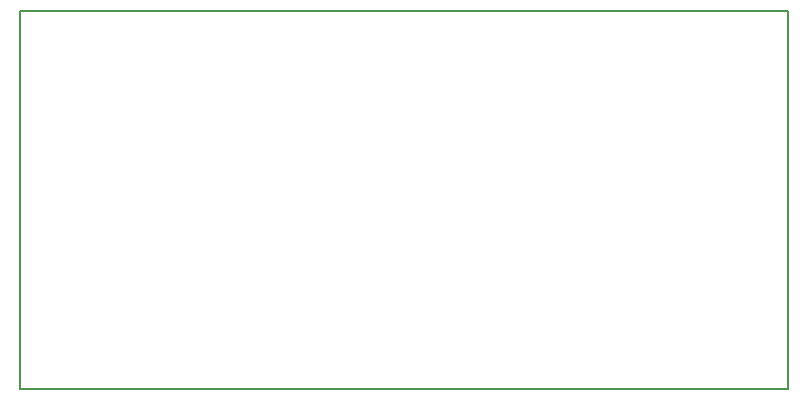
<source format=gm1>
G04 #@! TF.GenerationSoftware,KiCad,Pcbnew,(5.1.2-1)-1*
G04 #@! TF.CreationDate,2019-11-23T20:06:00-08:00*
G04 #@! TF.ProjectId,mxenc,6d78656e-632e-46b6-9963-61645f706362,rev?*
G04 #@! TF.SameCoordinates,Original*
G04 #@! TF.FileFunction,Profile,NP*
%FSLAX46Y46*%
G04 Gerber Fmt 4.6, Leading zero omitted, Abs format (unit mm)*
G04 Created by KiCad (PCBNEW (5.1.2-1)-1) date 2019-11-23 20:06:00*
%MOMM*%
%LPD*%
G04 APERTURE LIST*
%ADD10C,0.150000*%
G04 APERTURE END LIST*
D10*
X142000000Y-121000000D02*
X142000000Y-89000000D01*
X207000000Y-121000000D02*
X142000000Y-121000000D01*
X207000000Y-89000000D02*
X207000000Y-121000000D01*
X142000000Y-89000000D02*
X207000000Y-89000000D01*
M02*

</source>
